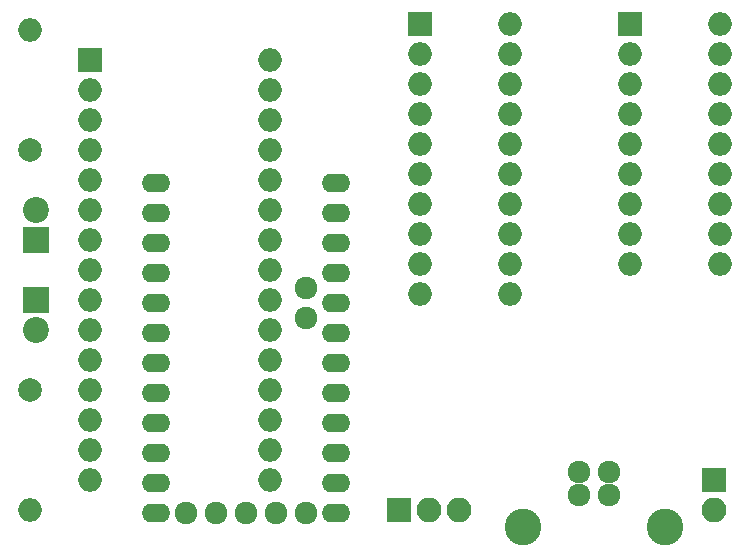
<source format=gbr>
G04 #@! TF.FileFunction,Soldermask,Top*
%FSLAX46Y46*%
G04 Gerber Fmt 4.6, Leading zero omitted, Abs format (unit mm)*
G04 Created by KiCad (PCBNEW 4.0.6) date 04/12/19 16:58:46*
%MOMM*%
%LPD*%
G01*
G04 APERTURE LIST*
%ADD10C,0.100000*%
%ADD11C,1.920000*%
%ADD12C,3.100000*%
%ADD13R,2.000000X2.000000*%
%ADD14O,2.000000X2.000000*%
%ADD15R,2.200000X2.200000*%
%ADD16C,2.200000*%
%ADD17C,2.000000*%
%ADD18R,2.100000X2.100000*%
%ADD19O,2.100000X2.100000*%
%ADD20O,2.400000X1.600000*%
%ADD21C,1.924000*%
G04 APERTURE END LIST*
D10*
D11*
X153162000Y-125762000D03*
X155702000Y-125762000D03*
X155702000Y-127762000D03*
X153162000Y-127762000D03*
D12*
X148432000Y-130462000D03*
X160432000Y-130462000D03*
D13*
X111760000Y-90932000D03*
D14*
X127000000Y-123952000D03*
X111760000Y-93472000D03*
X127000000Y-121412000D03*
X111760000Y-96012000D03*
X127000000Y-118872000D03*
X111760000Y-98552000D03*
X127000000Y-116332000D03*
X111760000Y-101092000D03*
X127000000Y-113792000D03*
X111760000Y-103632000D03*
X127000000Y-111252000D03*
X111760000Y-106172000D03*
X127000000Y-108712000D03*
X111760000Y-108712000D03*
X127000000Y-106172000D03*
X111760000Y-111252000D03*
X127000000Y-103632000D03*
X111760000Y-113792000D03*
X127000000Y-101092000D03*
X111760000Y-116332000D03*
X127000000Y-98552000D03*
X111760000Y-118872000D03*
X127000000Y-96012000D03*
X111760000Y-121412000D03*
X127000000Y-93472000D03*
X111760000Y-123952000D03*
X127000000Y-90932000D03*
X111760000Y-126492000D03*
X127000000Y-126492000D03*
D13*
X139700000Y-87884000D03*
D14*
X147320000Y-110744000D03*
X139700000Y-90424000D03*
X147320000Y-108204000D03*
X139700000Y-92964000D03*
X147320000Y-105664000D03*
X139700000Y-95504000D03*
X147320000Y-103124000D03*
X139700000Y-98044000D03*
X147320000Y-100584000D03*
X139700000Y-100584000D03*
X147320000Y-98044000D03*
X139700000Y-103124000D03*
X147320000Y-95504000D03*
X139700000Y-105664000D03*
X147320000Y-92964000D03*
X139700000Y-108204000D03*
X147320000Y-90424000D03*
X139700000Y-110744000D03*
X147320000Y-87884000D03*
D15*
X107188000Y-106172000D03*
D16*
X107188000Y-103632000D03*
D17*
X106680000Y-98552000D03*
D14*
X106680000Y-88392000D03*
D17*
X106680000Y-118872000D03*
D14*
X106680000Y-129032000D03*
D18*
X137922000Y-129032000D03*
D19*
X140462000Y-129032000D03*
X143002000Y-129032000D03*
D13*
X157480000Y-87884000D03*
D14*
X165100000Y-108204000D03*
X157480000Y-90424000D03*
X165100000Y-105664000D03*
X157480000Y-92964000D03*
X165100000Y-103124000D03*
X157480000Y-95504000D03*
X165100000Y-100584000D03*
X157480000Y-98044000D03*
X165100000Y-98044000D03*
X157480000Y-100584000D03*
X165100000Y-95504000D03*
X157480000Y-103124000D03*
X165100000Y-92964000D03*
X157480000Y-105664000D03*
X165100000Y-90424000D03*
X157480000Y-108204000D03*
X165100000Y-87884000D03*
D15*
X107188000Y-111252000D03*
D16*
X107188000Y-113792000D03*
D18*
X164592000Y-126492000D03*
D19*
X164592000Y-129032000D03*
D20*
X132588000Y-101346000D03*
X117348000Y-101346000D03*
X132588000Y-103886000D03*
X117348000Y-103886000D03*
X132588000Y-106426000D03*
X117348000Y-106426000D03*
X132588000Y-108966000D03*
X117348000Y-108966000D03*
X132588000Y-111506000D03*
X117348000Y-111506000D03*
X132588000Y-114046000D03*
X117348000Y-114046000D03*
X132588000Y-116586000D03*
X117348000Y-116586000D03*
X132588000Y-119126000D03*
X117348000Y-119126000D03*
X132588000Y-121666000D03*
X117348000Y-121666000D03*
X132588000Y-124206000D03*
X117348000Y-124206000D03*
X132588000Y-126746000D03*
X117348000Y-126746000D03*
X132588000Y-129286000D03*
X117348000Y-129286000D03*
D21*
X119888000Y-129286000D03*
X122428000Y-129286000D03*
X124968000Y-129286000D03*
X127508000Y-129286000D03*
X130048000Y-129286000D03*
X130048000Y-110236000D03*
X130048000Y-112776000D03*
M02*

</source>
